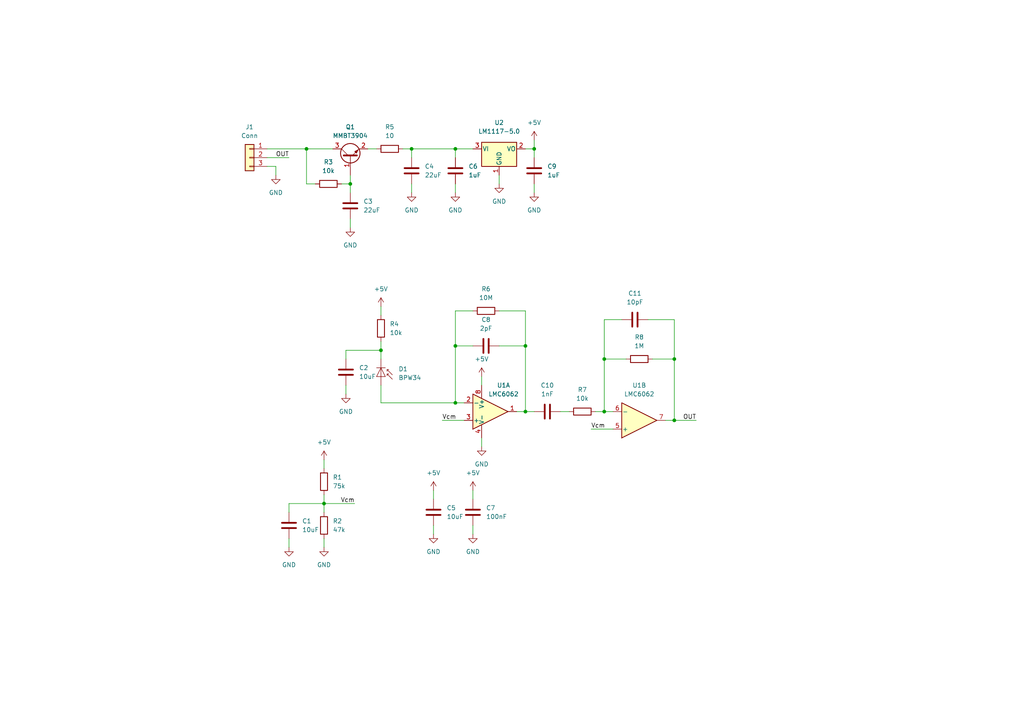
<source format=kicad_sch>
(kicad_sch (version 20211123) (generator eeschema)
  (paper "A4")
  (lib_symbols
    (symbol "Amplifier_Operational:LMC6062" (pin_names (offset 0.127))
      (property "Reference" "U" (at 0 5.08 0))
      (property "Value" "LMC6062" (at 0 -5.08 0))
      (symbol "LMC6062_1_1"
        (polyline (pts (xy -5.08 5.08) (xy 5.08 0) (xy -5.08 -5.08) (xy -5.08 5.08)) (stroke (width 0.254)) (fill (type background)))
        (pin output line (at 7.62 0 180) (length 2.54) (name "~") (number "1"))
        (pin input line (at -7.62 -2.54 0) (length 2.54) (name "-") (number "2"))
        (pin input line (at -7.62 2.54 0) (length 2.54) (name "+") (number "3"))
      )
      (symbol "LMC6062_2_1"
        (polyline (pts (xy -5.08 5.08) (xy 5.08 0) (xy -5.08 -5.08) (xy -5.08 5.08)) (stroke (width 0.254)) (fill (type background)))
        (pin input line (at -7.62 2.54 0) (length 2.54) (name "+") (number "5"))
        (pin input line (at -7.62 -2.54 0) (length 2.54) (name "-") (number "6"))
        (pin output line (at 7.62 0 180) (length 2.54) (name "~") (number "7"))
      )
      (symbol "LMC6062_3_1"
        (pin power_in line (at -2.54 -7.62 90) (length 3.81) (name "V-") (number "4"))
        (pin power_in line (at -2.54 7.62 270) (length 3.81) (name "V+") (number "8"))
      )
    )
    (symbol "Connector_Generic:Conn_01x03" (pin_names (offset 1.016) hide)
      (property "Reference" "J" (at 0 5.08 0))
      (property "Value" "Conn_01x03" (at 0 -5.08 0))
      (symbol "Conn_01x03_1_1"
        (rectangle (start -1.27 -2.413) (end 0 -2.667) (stroke (width 0.1524)))
        (rectangle (start -1.27 0.127) (end 0 -0.127) (stroke (width 0.1524)))
        (rectangle (start -1.27 2.667) (end 0 2.413) (stroke (width 0.1524)))
        (rectangle (start -1.27 3.81) (end 1.27 -3.81) (stroke (width 0.254)) (fill (type background)))
        (pin passive line (at -5.08 2.54 0) (length 3.81) (name "Pin_1") (number "1"))
        (pin passive line (at -5.08 0 0) (length 3.81) (name "Pin_2") (number "2"))
        (pin passive line (at -5.08 -2.54 0) (length 3.81) (name "Pin_3") (number "3"))
      )
    )
    (symbol "Device:C" (pin_numbers hide) (pin_names (offset 0.254))
      (property "Reference" "C" (at 0.635 2.54 0))
      (property "Value" "C" (at 0.635 -2.54 0))
      (symbol "C_0_1"
        (polyline (pts (xy -2.032 -0.762) (xy 2.032 -0.762)) (stroke (width 0.508)))
        (polyline (pts (xy -2.032 0.762) (xy 2.032 0.762)) (stroke (width 0.508)))
      )
      (symbol "C_1_1"
        (pin passive line (at 0 3.81 270) (length 2.794) (name "~") (number "1"))
        (pin passive line (at 0 -3.81 90) (length 2.794) (name "~") (number "2"))
      )
    )
    (symbol "Device:R" (pin_numbers hide) (pin_names (offset 0))
      (property "Reference" "R" (at 2.032 0 90))
      (property "Value" "R" (at 0 0 90))
      (symbol "R_0_1"
        (rectangle (start -1.016 -2.54) (end 1.016 2.54) (stroke (width 0.254)))
      )
      (symbol "R_1_1"
        (pin passive line (at 0 3.81 270) (length 1.27) (name "~") (number "1"))
        (pin passive line (at 0 -3.81 90) (length 1.27) (name "~") (number "2"))
      )
    )
    (symbol "Regulator_Linear:LM1117-5.0" (pin_names (offset 0.254))
      (property "Reference" "U" (at -3.81 3.175 0))
      (property "Value" "LM1117-5.0" (at 0 3.175 0))
      (symbol "LM1117-5.0_0_1"
        (rectangle (start -5.08 -5.08) (end 5.08 1.905) (stroke (width 0.254)) (fill (type background)))
      )
      (symbol "LM1117-5.0_1_1"
        (pin power_in line (at 0 -7.62 90) (length 2.54) (name "GND") (number "1"))
        (pin power_out line (at 7.62 0 180) (length 2.54) (name "VO") (number "2"))
        (pin power_in line (at -7.62 0 0) (length 2.54) (name "VI") (number "3"))
      )
    )
    (symbol "Sensor_Optical:BPW34-SMD" (pin_numbers hide) (pin_names (offset 1.016) hide)
      (property "Reference" "D" (at 0.508 1.778 0))
      (property "Value" "BPW34-SMD" (at -1.016 -2.794 0))
      (symbol "BPW34-SMD_0_1"
        (polyline (pts (xy -2.54 1.27) (xy -2.54 -1.27)) (stroke (width 0.1524)))
        (polyline (pts (xy -2.032 1.778) (xy -1.524 1.778)))
        (polyline (pts (xy 0 -1.27) (xy 0 1.27)))
        (polyline (pts (xy 0 0) (xy -2.54 0)))
        (polyline (pts (xy -0.508 3.302) (xy -2.032 1.778) (xy -2.032 2.286)))
        (polyline (pts (xy 0 1.27) (xy -2.54 0) (xy 0 -1.27)))
        (polyline (pts (xy 0.762 3.302) (xy -0.762 1.778) (xy -0.762 2.286) (xy -0.762 1.778) (xy -0.254 1.778)))
      )
      (symbol "BPW34-SMD_1_1"
        (pin passive line (at -5.08 0 0) (length 2.54) (name "K") (number "1"))
        (pin passive line (at 2.54 0 180) (length 2.54) (name "A") (number "2"))
      )
    )
    (symbol "Transistor_BJT:MMBT3904" (pin_names (offset 0) hide)
      (property "Reference" "Q" (at 5.08 1.905 0))
      (property "Value" "MMBT3904" (at 5.08 0 0))
      (symbol "MMBT3904_0_1"
        (polyline (pts (xy 0.635 0.635) (xy 2.54 2.54)))
        (polyline (pts (xy 0.635 -0.635) (xy 2.54 -2.54) (xy 2.54 -2.54)))
        (polyline (pts (xy 0.635 1.905) (xy 0.635 -1.905) (xy 0.635 -1.905)) (stroke (width 0.508)))
        (polyline (pts (xy 1.27 -1.778) (xy 1.778 -1.27) (xy 2.286 -2.286) (xy 1.27 -1.778) (xy 1.27 -1.778)) (fill (type outline)))
        (circle (center 1.27 0) (radius 2.8194) (stroke (width 0.254)))
      )
      (symbol "MMBT3904_1_1"
        (pin input line (at -5.08 0 0) (length 5.715) (name "B") (number "1"))
        (pin passive line (at 2.54 -5.08 90) (length 2.54) (name "E") (number "2"))
        (pin passive line (at 2.54 5.08 270) (length 2.54) (name "C") (number "3"))
      )
    )
    (symbol "power:+5V" (power) (pin_names (offset 0))
      (property "Value" "+5V" (at 0 3.556 0))
      (symbol "+5V_0_1"
        (polyline (pts (xy -0.762 1.27) (xy 0 2.54)))
        (polyline (pts (xy 0 0) (xy 0 2.54)))
        (polyline (pts (xy 0 2.54) (xy 0.762 1.27)))
      )
      (symbol "+5V_1_1"
        (pin power_in line (at 0 0 90) (length 0) hide (name "+5V") (number "1"))
      )
    )
    (symbol "power:GND" (power) (pin_names (offset 0))
      (property "Value" "GND" (at 0 -3.81 0))
      (symbol "GND_0_1"
        (polyline (pts (xy 0 0) (xy 0 -1.27) (xy 1.27 -1.27) (xy 0 -2.54) (xy -1.27 -1.27) (xy 0 -1.27)))
      )
      (symbol "GND_1_1"
        (pin power_in line (at 0 0 270) (length 0) hide (name "GND") (number "1"))
      )
    )
  )
  (junction (at 88.9 43.18))
  (junction (at 101.6 53.34))
  (junction (at 119.38 43.18))
  (junction (at 93.98 146.05))
  (junction (at 195.58 104.14))
  (junction (at 132.08 43.18))
  (junction (at 152.4 119.38))
  (junction (at 132.08 100.33))
  (junction (at 175.26 119.38))
  (junction (at 132.08 116.84))
  (junction (at 154.94 43.18))
  (junction (at 195.58 121.92))
  (junction (at 152.4 100.33))
  (junction (at 175.26 104.14))
  (junction (at 110.49 101.6))
  (wire (pts (xy 119.38 53.34) (xy 119.38 55.88)))
  (wire (pts (xy 144.78 100.33) (xy 152.4 100.33)))
  (wire (pts (xy 154.94 43.18) (xy 154.94 45.72)))
  (wire (pts (xy 93.98 146.05) (xy 93.98 148.59)))
  (wire (pts (xy 175.26 119.38) (xy 177.8 119.38)))
  (wire (pts (xy 187.96 92.71) (xy 195.58 92.71)))
  (wire (pts (xy 177.8 124.46) (xy 171.45 124.46)))
  (wire (pts (xy 83.82 146.05) (xy 93.98 146.05)))
  (wire (pts (xy 137.16 90.17) (xy 132.08 90.17)))
  (wire (pts (xy 99.06 53.34) (xy 101.6 53.34)))
  (wire (pts (xy 106.68 43.18) (xy 109.22 43.18)))
  (wire (pts (xy 195.58 121.92) (xy 195.58 104.14)))
  (wire (pts (xy 137.16 142.24) (xy 137.16 144.78)))
  (wire (pts (xy 152.4 100.33) (xy 152.4 119.38)))
  (wire (pts (xy 93.98 146.05) (xy 102.87 146.05)))
  (wire (pts (xy 137.16 152.4) (xy 137.16 154.94)))
  (wire (pts (xy 132.08 100.33) (xy 132.08 116.84)))
  (wire (pts (xy 83.82 148.59) (xy 83.82 146.05)))
  (wire (pts (xy 125.73 142.24) (xy 125.73 144.78)))
  (wire (pts (xy 132.08 116.84) (xy 110.49 116.84)))
  (wire (pts (xy 132.08 43.18) (xy 132.08 45.72)))
  (wire (pts (xy 193.04 121.92) (xy 195.58 121.92)))
  (wire (pts (xy 116.84 43.18) (xy 119.38 43.18)))
  (wire (pts (xy 144.78 50.8) (xy 144.78 53.34)))
  (wire (pts (xy 119.38 43.18) (xy 119.38 45.72)))
  (wire (pts (xy 144.78 90.17) (xy 152.4 90.17)))
  (wire (pts (xy 110.49 101.6) (xy 110.49 104.14)))
  (wire (pts (xy 77.47 43.18) (xy 88.9 43.18)))
  (wire (pts (xy 101.6 63.5) (xy 101.6 66.04)))
  (wire (pts (xy 91.44 53.34) (xy 88.9 53.34)))
  (wire (pts (xy 100.33 104.14) (xy 100.33 101.6)))
  (wire (pts (xy 110.49 116.84) (xy 110.49 111.76)))
  (wire (pts (xy 88.9 53.34) (xy 88.9 43.18)))
  (wire (pts (xy 110.49 99.06) (xy 110.49 101.6)))
  (wire (pts (xy 132.08 90.17) (xy 132.08 100.33)))
  (wire (pts (xy 88.9 43.18) (xy 96.52 43.18)))
  (wire (pts (xy 100.33 111.76) (xy 100.33 114.3)))
  (wire (pts (xy 93.98 156.21) (xy 93.98 158.75)))
  (wire (pts (xy 119.38 43.18) (xy 132.08 43.18)))
  (wire (pts (xy 134.62 116.84) (xy 132.08 116.84)))
  (wire (pts (xy 80.01 48.26) (xy 80.01 50.8)))
  (wire (pts (xy 152.4 119.38) (xy 149.86 119.38)))
  (wire (pts (xy 195.58 92.71) (xy 195.58 104.14)))
  (wire (pts (xy 132.08 53.34) (xy 132.08 55.88)))
  (wire (pts (xy 137.16 43.18) (xy 132.08 43.18)))
  (wire (pts (xy 77.47 45.72) (xy 83.82 45.72)))
  (wire (pts (xy 172.72 119.38) (xy 175.26 119.38)))
  (wire (pts (xy 77.47 48.26) (xy 80.01 48.26)))
  (wire (pts (xy 154.94 40.64) (xy 154.94 43.18)))
  (wire (pts (xy 83.82 156.21) (xy 83.82 158.75)))
  (wire (pts (xy 175.26 92.71) (xy 175.26 104.14)))
  (wire (pts (xy 93.98 143.51) (xy 93.98 146.05)))
  (wire (pts (xy 125.73 152.4) (xy 125.73 154.94)))
  (wire (pts (xy 152.4 43.18) (xy 154.94 43.18)))
  (wire (pts (xy 195.58 104.14) (xy 189.23 104.14)))
  (wire (pts (xy 181.61 104.14) (xy 175.26 104.14)))
  (wire (pts (xy 152.4 119.38) (xy 154.94 119.38)))
  (wire (pts (xy 180.34 92.71) (xy 175.26 92.71)))
  (wire (pts (xy 101.6 53.34) (xy 101.6 50.8)))
  (wire (pts (xy 195.58 121.92) (xy 201.93 121.92)))
  (wire (pts (xy 134.62 121.92) (xy 128.27 121.92)))
  (wire (pts (xy 110.49 88.9) (xy 110.49 91.44)))
  (wire (pts (xy 101.6 53.34) (xy 101.6 55.88)))
  (wire (pts (xy 139.7 109.22) (xy 139.7 111.76)))
  (wire (pts (xy 175.26 104.14) (xy 175.26 119.38)))
  (wire (pts (xy 100.33 101.6) (xy 110.49 101.6)))
  (wire (pts (xy 154.94 53.34) (xy 154.94 55.88)))
  (wire (pts (xy 162.56 119.38) (xy 165.1 119.38)))
  (wire (pts (xy 93.98 133.35) (xy 93.98 135.89)))
  (wire (pts (xy 139.7 127) (xy 139.7 129.54)))
  (wire (pts (xy 152.4 90.17) (xy 152.4 100.33)))
  (wire (pts (xy 132.08 100.33) (xy 137.16 100.33)))
  (label "Vcm" (at 102.87 146.05 180))
  (label "OUT" (at 201.93 121.92 180))
  (label "Vcm" (at 128.27 121.92 0))
  (label "OUT" (at 83.82 45.72 180))
  (label "Vcm" (at 171.45 124.46 0))
  (symbol (lib_id "power:+5V") (at 110.49 88.9 0) (unit 1)
    (property "Reference" "#PWR0113" (effects hide))
    (property "Value" "+5V" (at 110.49 83.82 0))
  )
  (symbol (lib_id "Connector_Generic:Conn_01x03") (at 72.39 45.72 0) (mirror y) (unit 1)
    (property "Reference" "J1" (at 72.39 36.83 0))
    (property "Value" "Conn" (at 72.39 39.37 0))
    (property "Footprint" "Connector_PinHeader_2.54mm:PinHeader_1x03_P2.54mm_Horizontal" (effects hide))
  )
  (symbol (lib_id "Amplifier_Operational:LMC6062") (at 142.24 119.38 0) (mirror x) (unit 1)
    (property "Reference" "U1" (at 146.05 111.76 0))
    (property "Value" "LMC6062" (at 146.05 114.3 0))
    (property "Footprint" "Package_SO:SOIC-8_3.9x4.9mm_P1.27mm" (effects hide))
    (property "Datasheet" "http://www.ti.com/lit/ds/symlink/lmc6062.pdf" (effects hide))
  )
  (symbol (lib_id "power:+5V") (at 154.94 40.64 0) (unit 1)
    (property "Reference" "#PWR0105" (effects hide))
    (property "Value" "+5V" (at 154.94 35.56 0))
  )
  (symbol (lib_id "Amplifier_Operational:LMC6062") (at 142.24 119.38 0) (unit 3)
    (property "Reference" "U1" (effects hide))
    (property "Value" "LMC6062" (effects hide))
    (property "Footprint" "Package_SO:SOIC-8_3.9x4.9mm_P1.27mm" (effects hide))
    (property "Datasheet" "http://www.ti.com/lit/ds/symlink/lmc6062.pdf" (effects hide))
  )
  (symbol (lib_id "Amplifier_Operational:LMC6062") (at 185.42 121.92 0) (mirror x) (unit 2)
    (property "Reference" "U1" (at 185.42 111.76 0))
    (property "Value" "LMC6062" (at 185.42 114.3 0))
    (property "Footprint" "Package_SO:SOIC-8_3.9x4.9mm_P1.27mm" (effects hide))
    (property "Datasheet" "http://www.ti.com/lit/ds/symlink/lmc6062.pdf" (effects hide))
  )
  (symbol (lib_id "Device:C") (at 158.75 119.38 90) (unit 1)
    (property "Reference" "C10" (at 158.75 111.76 90))
    (property "Value" "1nF" (at 158.75 114.3 90))
    (property "Footprint" "Capacitor_SMD:C_1206_3216Metric_Pad1.33x1.80mm_HandSolder" (effects hide))
  )
  (symbol (lib_id "Device:R") (at 185.42 104.14 90) (unit 1)
    (property "Reference" "R8" (at 185.42 97.79 90))
    (property "Value" "1M" (at 185.42 100.33 90))
    (property "Footprint" "Resistor_SMD:R_1206_3216Metric_Pad1.30x1.75mm_HandSolder" (effects hide))
  )
  (symbol (lib_id "power:GND") (at 119.38 55.88 0) (unit 1)
    (property "Reference" "#PWR0102" (effects hide))
    (property "Value" "GND" (at 119.38 60.96 0))
  )
  (symbol (lib_id "Device:C") (at 125.73 148.59 0) (unit 1)
    (property "Reference" "C5" (at 129.54 147.3199 0) (effects (justify left)))
    (property "Value" "10uF" (at 129.54 149.8599 0) (effects (justify left)))
    (property "Footprint" "Capacitor_SMD:C_1206_3216Metric_Pad1.33x1.80mm_HandSolder" (effects hide))
  )
  (symbol (lib_id "Device:C") (at 119.38 49.53 0) (unit 1)
    (property "Reference" "C4" (at 123.19 48.2599 0) (effects (justify left)))
    (property "Value" "22uF" (at 123.19 50.7999 0) (effects (justify left)))
    (property "Footprint" "Capacitor_SMD:C_1206_3216Metric_Pad1.33x1.80mm_HandSolder" (effects hide))
  )
  (symbol (lib_id "power:+5V") (at 137.16 142.24 0) (unit 1)
    (property "Reference" "#PWR0116" (effects hide))
    (property "Value" "+5V" (at 137.16 137.16 0))
  )
  (symbol (lib_id "power:GND") (at 80.01 50.8 0) (unit 1)
    (property "Reference" "#PWR0106" (effects hide))
    (property "Value" "GND" (at 80.01 55.88 0))
  )
  (symbol (lib_id "Sensor_Optical:BPW34-SMD") (at 110.49 109.22 270) (unit 1)
    (property "Reference" "D1" (at 115.57 107.0228 90) (effects (justify left)))
    (property "Value" "BPW34" (at 115.57 109.5628 90) (effects (justify left)))
    (property "Footprint" "OptoDevice:Osram_SMD-DIL2_4.5x4.0mm" (effects hide))
    (property "Datasheet" "http://www.osram-os.com/Graphics/XPic5/00215430_0.pdf/BPW%2034%20S.pdf" (effects hide))
  )
  (symbol (lib_id "Device:R") (at 168.91 119.38 90) (unit 1)
    (property "Reference" "R7" (at 168.91 113.03 90))
    (property "Value" "10k" (at 168.91 115.57 90))
    (property "Footprint" "Resistor_SMD:R_1206_3216Metric_Pad1.30x1.75mm_HandSolder" (effects hide))
  )
  (symbol (lib_id "power:GND") (at 100.33 114.3 0) (unit 1)
    (property "Reference" "#PWR0115" (effects hide))
    (property "Value" "GND" (at 100.33 119.38 0))
  )
  (symbol (lib_id "Device:R") (at 93.98 139.7 0) (unit 1)
    (property "Reference" "R1" (at 96.52 138.4299 0) (effects (justify left)))
    (property "Value" "75k" (at 96.52 140.9699 0) (effects (justify left)))
    (property "Footprint" "Resistor_SMD:R_1206_3216Metric_Pad1.30x1.75mm_HandSolder" (effects hide))
  )
  (symbol (lib_id "power:+5V") (at 139.7 109.22 0) (unit 1)
    (property "Reference" "#PWR0117" (effects hide))
    (property "Value" "+5V" (at 139.7 104.14 0))
  )
  (symbol (lib_id "power:GND") (at 139.7 129.54 0) (unit 1)
    (property "Reference" "#PWR0118" (effects hide))
    (property "Value" "GND" (at 139.7 134.62 0))
  )
  (symbol (lib_id "power:GND") (at 154.94 55.88 0) (unit 1)
    (property "Reference" "#PWR0104" (effects hide))
    (property "Value" "GND" (at 154.94 60.96 0))
  )
  (symbol (lib_id "power:+5V") (at 93.98 133.35 0) (unit 1)
    (property "Reference" "#PWR0114" (effects hide))
    (property "Value" "+5V" (at 93.98 128.27 0))
  )
  (symbol (lib_id "Device:R") (at 95.25 53.34 90) (unit 1)
    (property "Reference" "R3" (at 95.25 46.99 90))
    (property "Value" "10k" (at 95.25 49.53 90))
    (property "Footprint" "Resistor_SMD:R_1206_3216Metric_Pad1.30x1.75mm_HandSolder" (effects hide))
  )
  (symbol (lib_id "power:GND") (at 83.82 158.75 0) (unit 1)
    (property "Reference" "#PWR0108" (effects hide))
    (property "Value" "GND" (at 83.82 163.83 0))
  )
  (symbol (lib_id "power:+5V") (at 125.73 142.24 0) (unit 1)
    (property "Reference" "#PWR0111" (effects hide))
    (property "Value" "+5V" (at 125.73 137.16 0))
  )
  (symbol (lib_id "Transistor_BJT:MMBT3904") (at 101.6 45.72 90) (unit 1)
    (property "Reference" "Q1" (at 101.6 36.83 90))
    (property "Value" "MMBT3904" (at 101.6 39.37 90))
    (property "Footprint" "Package_TO_SOT_SMD:SOT-23" (effects hide))
    (property "Datasheet" "https://www.onsemi.com/pub/Collateral/2N3903-D.PDF" (effects hide))
  )
  (symbol (lib_id "Device:R") (at 140.97 90.17 90) (unit 1)
    (property "Reference" "R6" (at 140.97 83.82 90))
    (property "Value" "10M" (at 140.97 86.36 90))
    (property "Footprint" "Resistor_SMD:R_1206_3216Metric_Pad1.30x1.75mm_HandSolder" (effects hide))
  )
  (symbol (lib_id "power:GND") (at 132.08 55.88 0) (unit 1)
    (property "Reference" "#PWR0103" (effects hide))
    (property "Value" "GND" (at 132.08 60.96 0))
  )
  (symbol (lib_id "Regulator_Linear:LM1117-5.0") (at 144.78 43.18 0) (unit 1)
    (property "Reference" "U2" (at 144.78 35.56 0))
    (property "Value" "LM1117-5.0" (at 144.78 38.1 0))
    (property "Footprint" "Package_TO_SOT_SMD:SOT-223-3_TabPin2" (effects hide))
    (property "Datasheet" "http://www.ti.com/lit/ds/symlink/lm1117.pdf" (effects hide))
  )
  (symbol (lib_id "Device:C") (at 184.15 92.71 90) (unit 1)
    (property "Reference" "C11" (at 184.15 85.09 90))
    (property "Value" "10pF" (at 184.15 87.63 90))
    (property "Footprint" "Capacitor_SMD:C_1206_3216Metric_Pad1.33x1.80mm_HandSolder" (effects hide))
  )
  (symbol (lib_id "power:GND") (at 125.73 154.94 0) (unit 1)
    (property "Reference" "#PWR0110" (effects hide))
    (property "Value" "GND" (at 125.73 160.02 0))
  )
  (symbol (lib_id "Device:C") (at 83.82 152.4 0) (unit 1)
    (property "Reference" "C1" (at 87.63 151.1299 0) (effects (justify left)))
    (property "Value" "10uF" (at 87.63 153.6699 0) (effects (justify left)))
    (property "Footprint" "Capacitor_SMD:C_1206_3216Metric_Pad1.33x1.80mm_HandSolder" (effects hide))
  )
  (symbol (lib_id "power:GND") (at 137.16 154.94 0) (unit 1)
    (property "Reference" "#PWR0112" (effects hide))
    (property "Value" "GND" (at 137.16 160.02 0))
  )
  (symbol (lib_id "Device:R") (at 110.49 95.25 0) (unit 1)
    (property "Reference" "R4" (at 113.03 93.9799 0) (effects (justify left)))
    (property "Value" "10k" (at 113.03 96.5199 0) (effects (justify left)))
    (property "Footprint" "Resistor_SMD:R_1206_3216Metric_Pad1.30x1.75mm_HandSolder" (effects hide))
  )
  (symbol (lib_id "Device:C") (at 154.94 49.53 0) (unit 1)
    (property "Reference" "C9" (at 158.75 48.2599 0) (effects (justify left)))
    (property "Value" "1uF" (at 158.75 50.7999 0) (effects (justify left)))
    (property "Footprint" "Capacitor_SMD:C_1206_3216Metric_Pad1.33x1.80mm_HandSolder" (effects hide))
  )
  (symbol (lib_id "Device:R") (at 93.98 152.4 0) (unit 1)
    (property "Reference" "R2" (at 96.52 151.1299 0) (effects (justify left)))
    (property "Value" "47k" (at 96.52 153.6699 0) (effects (justify left)))
    (property "Footprint" "Resistor_SMD:R_1206_3216Metric_Pad1.30x1.75mm_HandSolder" (effects hide))
  )
  (symbol (lib_id "Device:C") (at 137.16 148.59 0) (unit 1)
    (property "Reference" "C7" (at 140.97 147.3199 0) (effects (justify left)))
    (property "Value" "100nF" (at 140.97 149.8599 0) (effects (justify left)))
    (property "Footprint" "Capacitor_SMD:C_1206_3216Metric_Pad1.33x1.80mm_HandSolder" (effects hide))
  )
  (symbol (lib_id "power:GND") (at 101.6 66.04 0) (unit 1)
    (property "Reference" "#PWR0107" (effects hide))
    (property "Value" "GND" (at 101.6 71.12 0))
  )
  (symbol (lib_id "Device:C") (at 132.08 49.53 0) (unit 1)
    (property "Reference" "C6" (at 135.89 48.2599 0) (effects (justify left)))
    (property "Value" "1uF" (at 135.89 50.7999 0) (effects (justify left)))
    (property "Footprint" "Capacitor_SMD:C_1206_3216Metric_Pad1.33x1.80mm_HandSolder" (effects hide))
  )
  (symbol (lib_id "Device:R") (at 113.03 43.18 90) (unit 1)
    (property "Reference" "R5" (at 113.03 36.83 90))
    (property "Value" "10" (at 113.03 39.37 90))
    (property "Footprint" "Resistor_SMD:R_1206_3216Metric_Pad1.30x1.75mm_HandSolder" (effects hide))
  )
  (symbol (lib_id "Device:C") (at 140.97 100.33 90) (unit 1)
    (property "Reference" "C8" (at 140.97 92.71 90))
    (property "Value" "2pF" (at 140.97 95.25 90))
    (property "Footprint" "Capacitor_SMD:C_1206_3216Metric_Pad1.33x1.80mm_HandSolder" (effects hide))
  )
  (symbol (lib_id "Device:C") (at 100.33 107.95 0) (unit 1)
    (property "Reference" "C2" (at 104.14 106.6799 0) (effects (justify left)))
    (property "Value" "10uF" (at 104.14 109.2199 0) (effects (justify left)))
    (property "Footprint" "Capacitor_SMD:C_1206_3216Metric_Pad1.33x1.80mm_HandSolder" (effects hide))
  )
  (symbol (lib_id "power:GND") (at 93.98 158.75 0) (unit 1)
    (property "Reference" "#PWR0109" (effects hide))
    (property "Value" "GND" (at 93.98 163.83 0))
  )
  (symbol (lib_id "power:GND") (at 144.78 53.34 0) (unit 1)
    (property "Reference" "#PWR0101" (effects hide))
    (property "Value" "GND" (at 144.78 58.42 0))
  )
  (symbol (lib_id "Device:C") (at 101.6 59.69 0) (unit 1)
    (property "Reference" "C3" (at 105.41 58.4199 0) (effects (justify left)))
    (property "Value" "22uF" (at 105.41 60.9599 0) (effects (justify left)))
    (property "Footprint" "Capacitor_SMD:C_1206_3216Metric_Pad1.33x1.80mm_HandSolder" (effects hide))
  )
)
</source>
